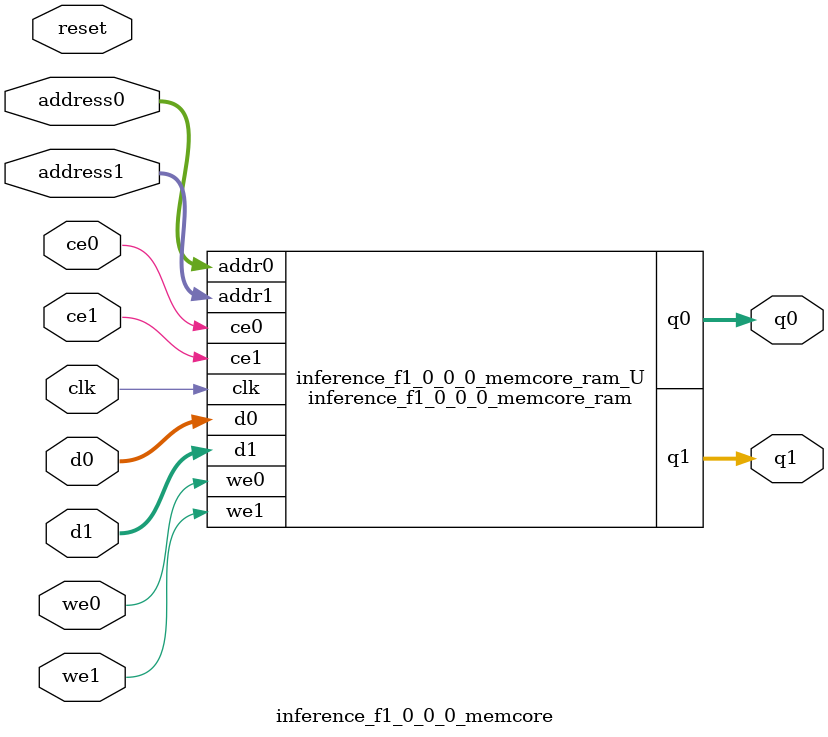
<source format=v>

`timescale 1 ns / 1 ps
module inference_f1_0_0_0_memcore_ram (addr0, ce0, d0, we0, q0, addr1, ce1, d1, we1, q1,  clk);

parameter DWIDTH = 32;
parameter AWIDTH = 2;
parameter MEM_SIZE = 2;

input[AWIDTH-1:0] addr0;
input ce0;
input[DWIDTH-1:0] d0;
input we0;
output reg[DWIDTH-1:0] q0;
input[AWIDTH-1:0] addr1;
input ce1;
input[DWIDTH-1:0] d1;
input we1;
output reg[DWIDTH-1:0] q1;
input clk;

(* ram_style = "distributed" *)reg [DWIDTH-1:0] ram[MEM_SIZE-1:0];




always @(posedge clk)  
begin 
    if (ce0) 
    begin
        if (we0) 
        begin 
            ram[addr0] <= d0; 
            q0 <= d0;
        end 
        else 
            q0 <= ram[addr0];
    end
end


always @(posedge clk)  
begin 
    if (ce1) 
    begin
        if (we1) 
        begin 
            ram[addr1] <= d1; 
            q1 <= d1;
        end 
        else 
            q1 <= ram[addr1];
    end
end


endmodule


`timescale 1 ns / 1 ps
module inference_f1_0_0_0_memcore(
    reset,
    clk,
    address0,
    ce0,
    we0,
    d0,
    q0,
    address1,
    ce1,
    we1,
    d1,
    q1);

parameter DataWidth = 32'd32;
parameter AddressRange = 32'd2;
parameter AddressWidth = 32'd2;
input reset;
input clk;
input[AddressWidth - 1:0] address0;
input ce0;
input we0;
input[DataWidth - 1:0] d0;
output[DataWidth - 1:0] q0;
input[AddressWidth - 1:0] address1;
input ce1;
input we1;
input[DataWidth - 1:0] d1;
output[DataWidth - 1:0] q1;



inference_f1_0_0_0_memcore_ram inference_f1_0_0_0_memcore_ram_U(
    .clk( clk ),
    .addr0( address0 ),
    .ce0( ce0 ),
    .d0( d0 ),
    .we0( we0 ),
    .q0( q0 ),
    .addr1( address1 ),
    .ce1( ce1 ),
    .d1( d1 ),
    .we1( we1 ),
    .q1( q1 ));

endmodule


</source>
